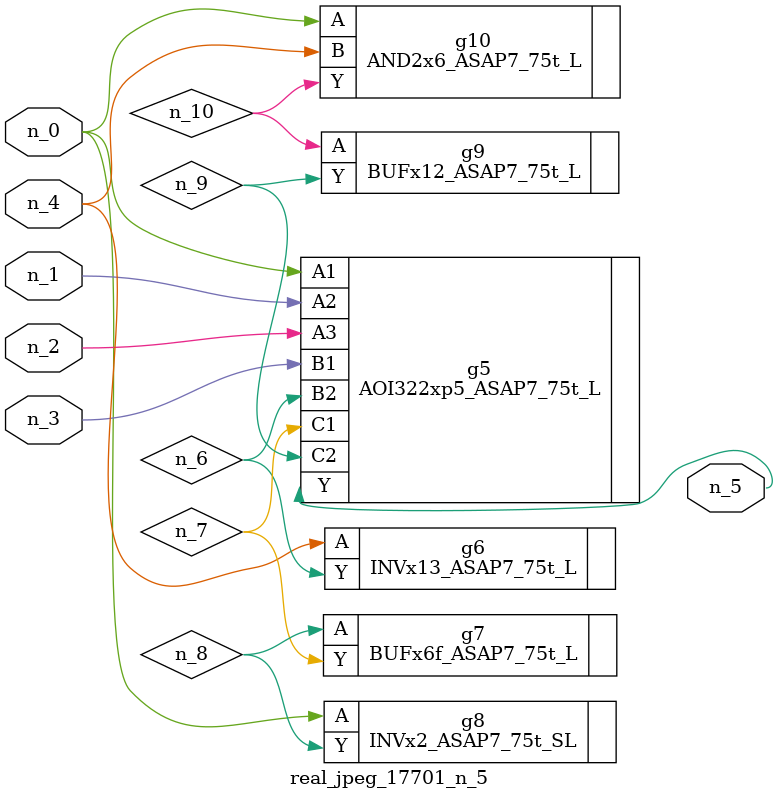
<source format=v>
module real_jpeg_17701_n_5 (n_4, n_0, n_1, n_2, n_3, n_5);

input n_4;
input n_0;
input n_1;
input n_2;
input n_3;

output n_5;

wire n_8;
wire n_6;
wire n_7;
wire n_10;
wire n_9;

AOI322xp5_ASAP7_75t_L g5 ( 
.A1(n_0),
.A2(n_1),
.A3(n_2),
.B1(n_3),
.B2(n_6),
.C1(n_7),
.C2(n_9),
.Y(n_5)
);

INVx2_ASAP7_75t_SL g8 ( 
.A(n_0),
.Y(n_8)
);

AND2x6_ASAP7_75t_L g10 ( 
.A(n_0),
.B(n_4),
.Y(n_10)
);

INVx13_ASAP7_75t_L g6 ( 
.A(n_4),
.Y(n_6)
);

BUFx6f_ASAP7_75t_L g7 ( 
.A(n_8),
.Y(n_7)
);

BUFx12_ASAP7_75t_L g9 ( 
.A(n_10),
.Y(n_9)
);


endmodule
</source>
